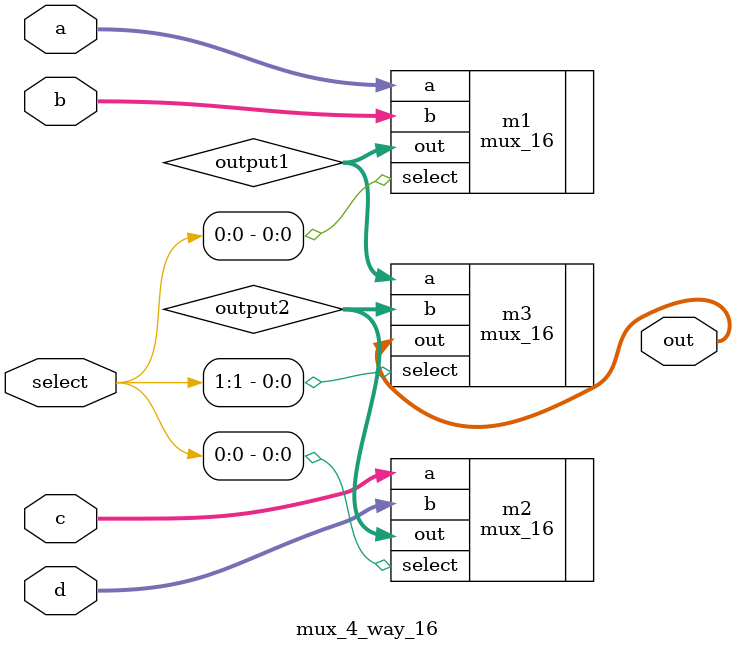
<source format=sv>
`ifndef mux_16
  `include "mux_16.sv"
 `endif
`define mux_4_way_16 1

module mux_4_way_16(
    input  [15:0] a,
    input  [15:0] b,
    input  [15:0] c,
    input  [15:0] d,
    input  [1:0]  select,
    output [15:0] out
);
   wire [15:0] 	  output1, output2;
   mux_16 m1(.a(a), .b(b), .select(select[0]), .out(output1));
   mux_16 m2(.a(c), .b(d), .select(select[0]), .out(output2));

   mux_16 m3(.a(output1), .b(output2), .select(select[1]), .out(out));
endmodule

</source>
